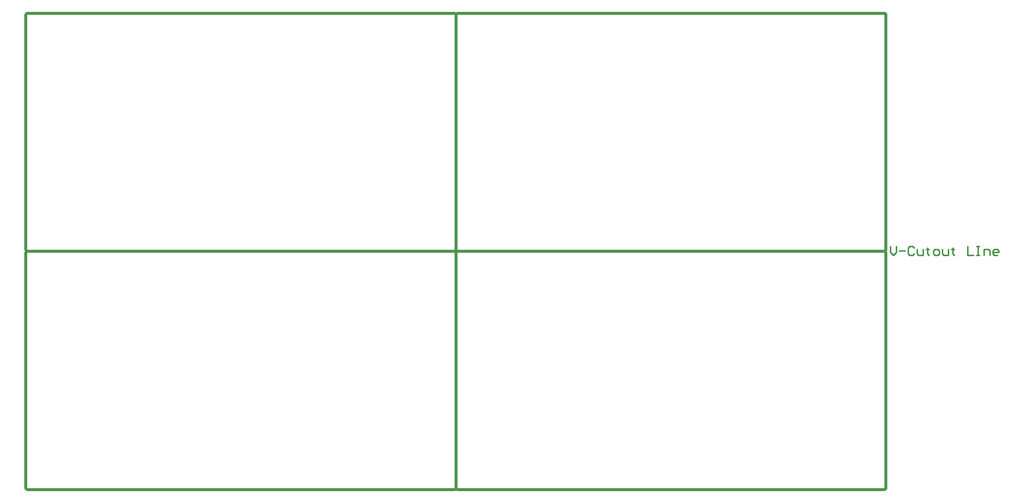
<source format=gbr>
%TF.GenerationSoftware,Altium Limited,Altium Designer,23.1.1 (15)*%
G04 Layer_Color=16711935*
%FSLAX45Y45*%
%MOMM*%
%TF.SameCoordinates,4CCFFED5-D059-4900-A68D-9618ACEA1AB5*%
%TF.FilePolarity,Positive*%
%TF.FileFunction,Other,Mechanical_1*%
%TF.Part,CustomerPanel*%
G01*
G75*
%TA.AperFunction,NonConductor*%
%ADD37C,0.25400*%
%ADD63C,0.50800*%
D37*
X17525999Y8204151D02*
Y8102583D01*
X17576784Y8051800D01*
X17627567Y8102583D01*
Y8204151D01*
X17678351Y8127975D02*
X17779918D01*
X17932269Y8178759D02*
X17906877Y8204151D01*
X17856093D01*
X17830701Y8178759D01*
Y8077192D01*
X17856093Y8051800D01*
X17906877D01*
X17932269Y8077192D01*
X17983052Y8153367D02*
Y8077192D01*
X18008444Y8051800D01*
X18084619D01*
Y8153367D01*
X18160796Y8178759D02*
Y8153367D01*
X18135403D01*
X18186186D01*
X18160796D01*
Y8077192D01*
X18186186Y8051800D01*
X18287753D02*
X18338538D01*
X18363930Y8077192D01*
Y8127975D01*
X18338538Y8153367D01*
X18287753D01*
X18262363Y8127975D01*
Y8077192D01*
X18287753Y8051800D01*
X18414713Y8153367D02*
Y8077192D01*
X18440105Y8051800D01*
X18516280D01*
Y8153367D01*
X18592455Y8178759D02*
Y8153367D01*
X18567062D01*
X18617847D01*
X18592455D01*
Y8077192D01*
X18617847Y8051800D01*
X18846373Y8204151D02*
Y8051800D01*
X18947940D01*
X18998723Y8204151D02*
X19049507D01*
X19024115D01*
Y8051800D01*
X18998723D01*
X19049507D01*
X19125682D02*
Y8153367D01*
X19201859D01*
X19227251Y8127975D01*
Y8051800D01*
X19354208D02*
X19303426D01*
X19278033Y8077192D01*
Y8127975D01*
X19303426Y8153367D01*
X19354208D01*
X19379601Y8127975D01*
Y8102583D01*
X19278033D01*
D63*
X17449803Y12166600D02*
G03*
X17424400Y12192003I-25403J0D01*
G01*
X17449803Y12166600D02*
G03*
X17424400Y12192003I-25403J0D01*
G01*
X17424759Y8115300D02*
G03*
X17449803Y8140700I-359J25400D01*
G01*
X17424759Y8115300D02*
G03*
X17449803Y8140700I-359J25400D01*
G01*
X10121900Y12192003D02*
G03*
X10096500Y12166959I0J-25403D01*
G01*
Y8140341D02*
G03*
X10121541Y8115300I25400J359D01*
G01*
X17449803Y8089900D02*
G03*
X17424759Y8115300I-25403J0D01*
G01*
X17449803Y8089900D02*
G03*
X17424759Y8115300I-25403J0D01*
G01*
X17424400Y4038597D02*
G03*
X17449803Y4064000I0J25403D01*
G01*
X17424400Y4038597D02*
G03*
X17449803Y4064000I0J25403D01*
G01*
X10121541Y8115300D02*
G03*
X10096500Y8090259I359J-25400D01*
G01*
X10121541Y8115300D02*
G03*
X10096500Y8090259I359J-25400D01*
G01*
Y4063641D02*
G03*
X10121900Y4038597I25400J359D01*
G01*
X10096500Y4063641D02*
G03*
X10121900Y4038597I25400J359D01*
G01*
Y12192003D02*
G03*
X10096500Y12166959I0J-25403D01*
G01*
D02*
G03*
X10071100Y12192003I-25400J-359D01*
G01*
X10096500Y12166959D02*
G03*
X10071100Y12192003I-25400J-359D01*
G01*
X10096500Y8140341D02*
G03*
X10121541Y8115300I25400J359D01*
G01*
X10071459D02*
G03*
X10096500Y8140341I-359J25400D01*
G01*
X10071459Y8115300D02*
G03*
X10096500Y8140341I-359J25400D01*
G01*
X2768600Y12192003D02*
G03*
X2743197Y12166600I0J-25403D01*
G01*
X2768600Y12192003D02*
G03*
X2743197Y12166600I0J-25403D01*
G01*
X10096500Y8090259D02*
G03*
X10071459Y8115300I-25400J-359D01*
G01*
X10096503Y8089900D02*
G03*
X10071459Y8115300I-25403J0D01*
G01*
X10071100Y4038597D02*
G03*
X10096500Y4063641I0J25403D01*
G01*
X10071100Y4038597D02*
G03*
X10096500Y4063641I0J25403D01*
G01*
X2768241Y8115300D02*
G03*
X2743197Y8089900I359J-25400D01*
G01*
X2768241Y8115300D02*
G03*
X2743197Y8089900I359J-25400D01*
G01*
Y8140700D02*
G03*
X2768241Y8115300I25403J0D01*
G01*
X2743197Y8140700D02*
G03*
X2768241Y8115300I25403J0D01*
G01*
X2743197Y4064000D02*
G03*
X2768600Y4038597I25403J0D01*
G01*
X2743197Y4064000D02*
G03*
X2768600Y4038597I25403J0D01*
G01*
X10096500Y4064000D02*
Y8115300D01*
X2768600D02*
X10096500D01*
X17424400D01*
X10096500D02*
Y12179300D01*
X17449803Y8140700D02*
Y12166600D01*
X10121900Y12192003D02*
X17424400D01*
X17449803Y4064000D02*
Y8089900D01*
X10121900Y4038597D02*
X17424400D01*
X2768600Y12192003D02*
X10071100D01*
X2743197Y8140700D02*
Y12166600D01*
X2768600Y4038597D02*
X10071100D01*
X2743197Y4064000D02*
Y8089900D01*
%TF.MD5,04567cd66398d8a54f5ba6947779b566*%
M02*

</source>
